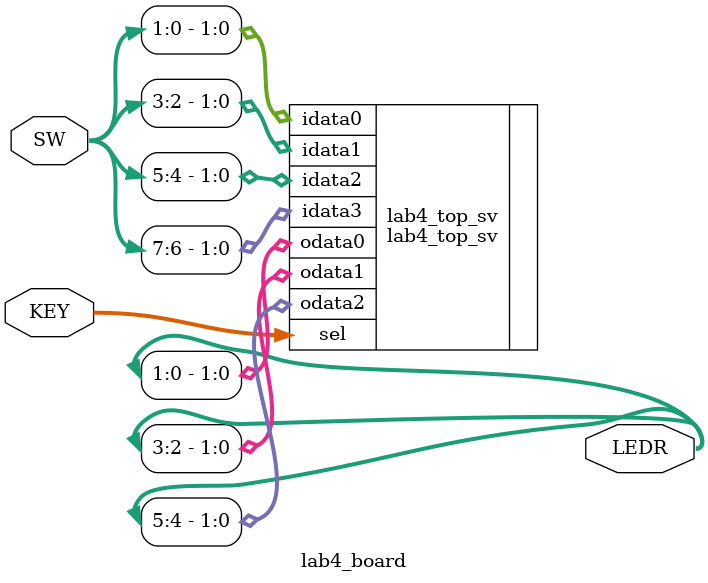
<source format=v>

module b2_mux_3_1_case_one_hot
(
    input      [1:0] d0,
    input      [1:0] d1,
    input      [1:0] d2,
    input      [1:0] d3,
    input      [3:0] sel,
    output reg [1:0] y
);

    always @(*)
        casez (sel)
            4'b0001: y = d0;
            4'b0010: y = d1;
            4'b0100: y = d2;
            4'b1000: y = d3;
            default: y = d0;
        endcase
endmodule

module b2_mux_3_1_casez_priority
(
    input      [1:0] d0,
    input      [1:0] d1,
    input      [1:0] d2,
    input      [1:0] d3,
    input      [3:0] sel,
    output reg [1:0] y
);
    always @(*)
        casez (sel)
            4'b0001 : y = d0;
            4'b001? : y = d1;
            4'b01?? : y = d2;
            4'b1??? : y = d3;
            default : y = d0;
        endcase
endmodule

module lab4_board
(
    input   [ 1:0]  KEY,
    input   [ 9:0]  SW,
    output  [ 9:0]  LEDR
);

    lab4_top_sv lab4_top_sv
    (
        .idata0 ( SW  [1:0] ),
        .idata1 ( SW  [3:2] ),
        .idata2 ( SW  [5:4] ),
        .idata3 ( SW  [7:6] ),
        .sel    ( KEY [1:0] ),
        .odata0 ( LEDR[1:0] ),
        .odata1 ( LEDR[3:2] ),
        .odata2 ( LEDR[5:4] ) 
    );

endmodule

</source>
